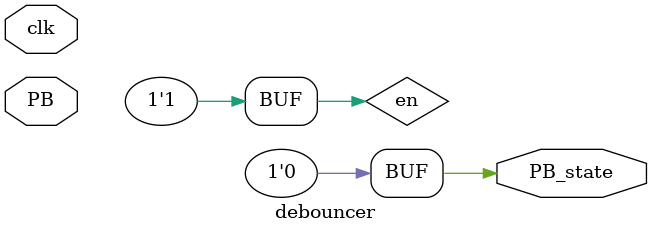
<source format=v>
module debouncer(
    input clk,
    input PB,  // "PB" is the glitchy, asynchronous to clk, active low push-button signal

    output reg PB_state  // 1 as long as the push-button is active (down)

);


wire slow_clk;
wire en = 1'b1;
reg [7:0]debouncer_cnt;

reg inter_PB;

initial PB_state = 1'b0;
initial debouncer_cnt =  7'h00;

preescaller #(.CLK(50000000),.SCALE(1000)) u1(
                        .clock      (clk),
                        .enable     (en),
                        .slow_clock (slow_clk)
);


always @(posedge clk) 
    begin
        if (PB) 
            begin
					
				inter_PB = PB;
					
					/*
                if(debouncer_cnt == 40) begin //40 ms DEBOUNCE
                    PB_state = 1'b1;
                end
                if(debouncer_cnt  > 60) // 20 ms ON HIGH
                begin
                    PB_state =1'b0;  
                end
                else
                    debouncer_cnt=debouncer_cnt+1'b1;
                    PB_state = 1'b0;
						  */
            end
        else
            debouncer_cnt = 4'b0000;
    end
    

endmodule

</source>
